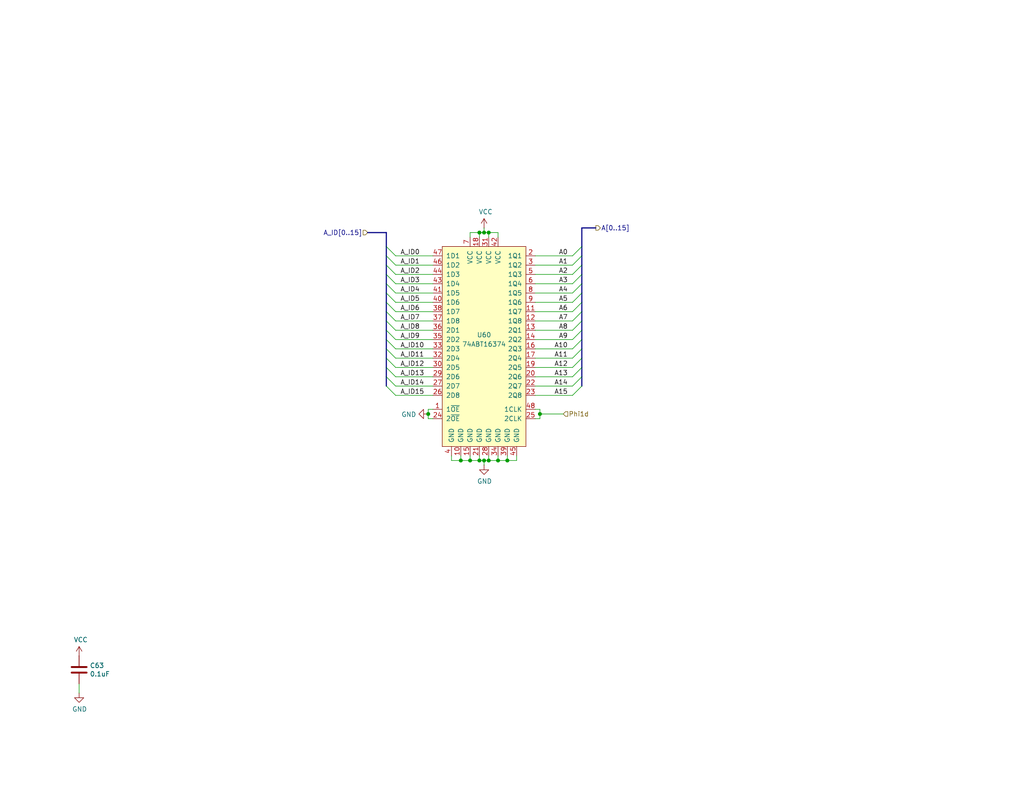
<source format=kicad_sch>
(kicad_sch (version 20250114) (generator "eeschema") (generator_version "9.0")
  (paper "USLetter")
  (title_block (date "2025-07-16") (rev "A"))
  (lib_symbols
    (symbol "Device:C" (pin_numbers (hide yes)) (pin_names (offset 0.254))
      (property "Reference" "C" (at 0.635 2.54 0))
      (property "Value" "C" (at 0.635 -2.54 0))
      (symbol "C_0_1"
        (polyline (pts (xy -2.032 0.762) (xy 2.032 0.762)) (stroke (width 0.508)))
        (polyline (pts (xy -2.032 -0.762) (xy 2.032 -0.762)) (stroke (width 0.508)))
      )
      (symbol "C_1_1"
        (pin passive line (at 0 3.81 270) (length 2.794) (name "~") (number "1"))
        (pin passive line (at 0 -3.81 90) (length 2.794) (name "~") (number "2"))
      )
    )
    (symbol "Turtle16:74ABT16374" (pin_names (offset 1.016))
      (symbol "74ABT16374_0_0"
        (pin input line (at -13.97 21.59 0) (length 2.54) (name "1D1") (number "47"))
        (pin input line (at -13.97 19.05 0) (length 2.54) (name "1D2") (number "46"))
        (pin input line (at -13.97 16.51 0) (length 2.54) (name "1D3") (number "44"))
        (pin input line (at -13.97 13.97 0) (length 2.54) (name "1D4") (number "43"))
        (pin input line (at -13.97 11.43 0) (length 2.54) (name "1D5") (number "41"))
        (pin input line (at -13.97 8.89 0) (length 2.54) (name "1D6") (number "40"))
        (pin input line (at -13.97 6.35 0) (length 2.54) (name "1D7") (number "38"))
        (pin input line (at -13.97 3.81 0) (length 2.54) (name "1D8") (number "37"))
        (pin input line (at -13.97 1.27 0) (length 2.54) (name "2D1") (number "36"))
        (pin input line (at -13.97 -1.27 0) (length 2.54) (name "2D2") (number "35"))
        (pin input line (at -13.97 -3.81 0) (length 2.54) (name "2D3") (number "33"))
        (pin input line (at -13.97 -6.35 0) (length 2.54) (name "2D4") (number "32"))
        (pin input line (at -13.97 -8.89 0) (length 2.54) (name "2D5") (number "30"))
        (pin input line (at -13.97 -11.43 0) (length 2.54) (name "2D6") (number "29"))
        (pin input line (at -13.97 -13.97 0) (length 2.54) (name "2D7") (number "27"))
        (pin input line (at -13.97 -16.51 0) (length 2.54) (name "2D8") (number "26"))
        (pin input line (at -13.97 -20.32 0) (length 2.54) (name "1~{OE}") (number "1"))
        (pin input line (at -13.97 -22.86 0) (length 2.54) (name "2~{OE}") (number "24"))
        (pin power_in line (at -8.89 -33.02 90) (length 2.54) (name "GND") (number "4"))
        (pin power_in line (at -6.35 -33.02 90) (length 2.54) (name "GND") (number "10"))
        (pin power_in line (at -3.81 26.67 270) (length 2.54) (name "VCC") (number "7"))
        (pin power_in line (at -3.81 -33.02 90) (length 2.54) (name "GND") (number "15"))
        (pin power_in line (at -1.27 26.67 270) (length 2.54) (name "VCC") (number "18"))
        (pin power_in line (at -1.27 -33.02 90) (length 2.54) (name "GND") (number "21"))
        (pin power_in line (at 1.27 26.67 270) (length 2.54) (name "VCC") (number "31"))
        (pin power_in line (at 1.27 -33.02 90) (length 2.54) (name "GND") (number "28"))
        (pin power_in line (at 3.81 26.67 270) (length 2.54) (name "VCC") (number "42"))
        (pin power_in line (at 3.81 -33.02 90) (length 2.54) (name "GND") (number "34"))
        (pin power_in line (at 6.35 -33.02 90) (length 2.54) (name "GND") (number "39"))
        (pin power_in line (at 8.89 -33.02 90) (length 2.54) (name "GND") (number "45"))
        (pin tri_state line (at 13.97 21.59 180) (length 2.54) (name "1Q1") (number "2"))
        (pin tri_state line (at 13.97 19.05 180) (length 2.54) (name "1Q2") (number "3"))
        (pin tri_state line (at 13.97 16.51 180) (length 2.54) (name "1Q3") (number "5"))
        (pin tri_state line (at 13.97 13.97 180) (length 2.54) (name "1Q4") (number "6"))
        (pin tri_state line (at 13.97 11.43 180) (length 2.54) (name "1Q5") (number "8"))
        (pin tri_state line (at 13.97 8.89 180) (length 2.54) (name "1Q6") (number "9"))
        (pin tri_state line (at 13.97 6.35 180) (length 2.54) (name "1Q7") (number "11"))
        (pin tri_state line (at 13.97 3.81 180) (length 2.54) (name "1Q8") (number "12"))
        (pin tri_state line (at 13.97 1.27 180) (length 2.54) (name "2Q1") (number "13"))
        (pin tri_state line (at 13.97 -1.27 180) (length 2.54) (name "2Q2") (number "14"))
        (pin tri_state line (at 13.97 -3.81 180) (length 2.54) (name "2Q3") (number "16"))
        (pin tri_state line (at 13.97 -6.35 180) (length 2.54) (name "2Q4") (number "17"))
        (pin tri_state line (at 13.97 -8.89 180) (length 2.54) (name "2Q5") (number "19"))
        (pin tri_state line (at 13.97 -11.43 180) (length 2.54) (name "2Q6") (number "20"))
        (pin tri_state line (at 13.97 -13.97 180) (length 2.54) (name "2Q7") (number "22"))
        (pin tri_state line (at 13.97 -16.51 180) (length 2.54) (name "2Q8") (number "23"))
        (pin input line (at 13.97 -20.32 180) (length 2.54) (name "1CLK") (number "48"))
        (pin input line (at 13.97 -22.86 180) (length 2.54) (name "2CLK") (number "25"))
      )
      (symbol "74ABT16374_0_1"
        (rectangle (start -11.43 24.13) (end 11.43 -30.48) (fill (type background)))
      )
    )
    (symbol "power:GND" (power) (pin_numbers (hide yes)) (pin_names (offset 0) (hide yes))
      (property "Value" "GND" (at 0 -3.81 0))
      (symbol "GND_0_1"
        (polyline (pts (xy 0 0) (xy 0 -1.27) (xy 1.27 -1.27) (xy 0 -2.54) (xy -1.27 -1.27) (xy 0 -1.27)))
      )
      (symbol "GND_1_1"
        (pin power_in line (at 0 0 270) (length 0) (name "~") (number "1"))
      )
    )
    (symbol "power:VCC" (power) (pin_numbers (hide yes)) (pin_names (offset 0) (hide yes))
      (property "Value" "VCC" (at 0 3.556 0))
      (symbol "VCC_0_1"
        (polyline (pts (xy -0.762 1.27) (xy 0 2.54)))
        (polyline (pts (xy 0 2.54) (xy 0.762 1.27)))
        (polyline (pts (xy 0 0) (xy 0 2.54)))
      )
      (symbol "VCC_1_1"
        (pin power_in line (at 0 0 90) (length 0) (name "~") (number "1"))
      )
    )
  )
  (junction (at 133.35 125.73))
  (junction (at 132.08 63.5))
  (junction (at 128.27 125.73))
  (junction (at 132.08 125.73))
  (junction (at 133.35 63.5))
  (junction (at 138.43 125.73))
  (junction (at 135.89 125.73))
  (junction (at 125.73 125.73))
  (junction (at 147.32 113.03))
  (junction (at 130.81 125.73))
  (junction (at 130.81 63.5))
  (junction (at 116.84 113.03))
  (bus_entry (at 105.41 90.17) (size 2.54 2.54))
  (bus_entry (at 105.41 80.01) (size 2.54 2.54))
  (bus_entry (at 105.41 95.25) (size 2.54 2.54))
  (bus_entry (at 105.41 105.41) (size 2.54 2.54))
  (bus_entry (at 105.41 100.33) (size 2.54 2.54))
  (bus_entry (at 105.41 82.55) (size 2.54 2.54))
  (bus_entry (at 158.75 67.31) (size -2.54 2.54))
  (bus_entry (at 158.75 102.87) (size -2.54 2.54))
  (bus_entry (at 105.41 97.79) (size 2.54 2.54))
  (bus_entry (at 105.41 74.93) (size 2.54 2.54))
  (bus_entry (at 158.75 97.79) (size -2.54 2.54))
  (bus_entry (at 158.75 80.01) (size -2.54 2.54))
  (bus_entry (at 105.41 67.31) (size 2.54 2.54))
  (bus_entry (at 158.75 77.47) (size -2.54 2.54))
  (bus_entry (at 158.75 72.39) (size -2.54 2.54))
  (bus_entry (at 158.75 74.93) (size -2.54 2.54))
  (bus_entry (at 105.41 102.87) (size 2.54 2.54))
  (bus_entry (at 158.75 95.25) (size -2.54 2.54))
  (bus_entry (at 105.41 92.71) (size 2.54 2.54))
  (bus_entry (at 158.75 105.41) (size -2.54 2.54))
  (bus_entry (at 158.75 92.71) (size -2.54 2.54))
  (bus_entry (at 158.75 87.63) (size -2.54 2.54))
  (bus_entry (at 105.41 77.47) (size 2.54 2.54))
  (bus_entry (at 105.41 69.85) (size 2.54 2.54))
  (bus_entry (at 158.75 90.17) (size -2.54 2.54))
  (bus_entry (at 105.41 87.63) (size 2.54 2.54))
  (bus_entry (at 158.75 100.33) (size -2.54 2.54))
  (bus_entry (at 105.41 72.39) (size 2.54 2.54))
  (bus_entry (at 105.41 85.09) (size 2.54 2.54))
  (bus_entry (at 158.75 69.85) (size -2.54 2.54))
  (bus_entry (at 158.75 85.09) (size -2.54 2.54))
  (bus_entry (at 158.75 82.55) (size -2.54 2.54))
  (bus (pts (xy 158.75 74.93) (xy 158.75 77.47)))
  (bus (pts (xy 158.75 80.01) (xy 158.75 82.55)))
  (wire (pts (xy 156.21 97.79) (xy 146.05 97.79)))
  (bus (pts (xy 105.41 72.39) (xy 105.41 74.93)))
  (wire (pts (xy 133.35 63.5) (xy 135.89 63.5)))
  (wire (pts (xy 156.21 82.55) (xy 146.05 82.55)))
  (wire (pts (xy 116.84 111.76) (xy 116.84 113.03)))
  (wire (pts (xy 107.95 97.79) (xy 118.11 97.79)))
  (wire (pts (xy 156.21 80.01) (xy 146.05 80.01)))
  (bus (pts (xy 105.41 102.87) (xy 105.41 105.41)))
  (wire (pts (xy 133.35 125.73) (xy 135.89 125.73)))
  (wire (pts (xy 156.21 74.93) (xy 146.05 74.93)))
  (wire (pts (xy 146.05 111.76) (xy 147.32 111.76)))
  (bus (pts (xy 105.41 77.47) (xy 105.41 80.01)))
  (bus (pts (xy 105.41 85.09) (xy 105.41 87.63)))
  (wire (pts (xy 156.21 105.41) (xy 146.05 105.41)))
  (wire (pts (xy 123.19 124.46) (xy 123.19 125.73)))
  (wire (pts (xy 107.95 92.71) (xy 118.11 92.71)))
  (wire (pts (xy 130.81 124.46) (xy 130.81 125.73)))
  (wire (pts (xy 138.43 124.46) (xy 138.43 125.73)))
  (wire (pts (xy 118.11 111.76) (xy 116.84 111.76)))
  (wire (pts (xy 116.84 113.03) (xy 116.84 114.3)))
  (bus (pts (xy 158.75 72.39) (xy 158.75 74.93)))
  (wire (pts (xy 156.21 72.39) (xy 146.05 72.39)))
  (bus (pts (xy 158.75 69.85) (xy 158.75 72.39)))
  (wire (pts (xy 128.27 124.46) (xy 128.27 125.73)))
  (bus (pts (xy 105.41 82.55) (xy 105.41 85.09)))
  (bus (pts (xy 158.75 87.63) (xy 158.75 90.17)))
  (wire (pts (xy 107.95 87.63) (xy 118.11 87.63)))
  (wire (pts (xy 147.32 111.76) (xy 147.32 113.03)))
  (bus (pts (xy 105.41 92.71) (xy 105.41 95.25)))
  (wire (pts (xy 107.95 69.85) (xy 118.11 69.85)))
  (wire (pts (xy 107.95 90.17) (xy 118.11 90.17)))
  (bus (pts (xy 162.56 62.23) (xy 158.75 62.23)))
  (bus (pts (xy 158.75 92.71) (xy 158.75 95.25)))
  (wire (pts (xy 107.95 95.25) (xy 118.11 95.25)))
  (wire (pts (xy 147.32 114.3) (xy 146.05 114.3)))
  (wire (pts (xy 138.43 125.73) (xy 140.97 125.73)))
  (bus (pts (xy 105.41 90.17) (xy 105.41 92.71)))
  (wire (pts (xy 107.95 80.01) (xy 118.11 80.01)))
  (wire (pts (xy 156.21 69.85) (xy 146.05 69.85)))
  (bus (pts (xy 105.41 80.01) (xy 105.41 82.55)))
  (wire (pts (xy 156.21 90.17) (xy 146.05 90.17)))
  (wire (pts (xy 132.08 125.73) (xy 132.08 127)))
  (bus (pts (xy 105.41 67.31) (xy 105.41 69.85)))
  (wire (pts (xy 128.27 63.5) (xy 130.81 63.5)))
  (bus (pts (xy 158.75 90.17) (xy 158.75 92.71)))
  (bus (pts (xy 158.75 67.31) (xy 158.75 69.85)))
  (wire (pts (xy 156.21 92.71) (xy 146.05 92.71)))
  (bus (pts (xy 158.75 100.33) (xy 158.75 102.87)))
  (bus (pts (xy 158.75 95.25) (xy 158.75 97.79)))
  (wire (pts (xy 107.95 100.33) (xy 118.11 100.33)))
  (wire (pts (xy 135.89 124.46) (xy 135.89 125.73)))
  (wire (pts (xy 132.08 125.73) (xy 133.35 125.73)))
  (wire (pts (xy 156.21 95.25) (xy 146.05 95.25)))
  (wire (pts (xy 135.89 125.73) (xy 138.43 125.73)))
  (wire (pts (xy 156.21 77.47) (xy 146.05 77.47)))
  (wire (pts (xy 107.95 105.41) (xy 118.11 105.41)))
  (wire (pts (xy 125.73 124.46) (xy 125.73 125.73)))
  (wire (pts (xy 147.32 113.03) (xy 153.67 113.03)))
  (wire (pts (xy 140.97 125.73) (xy 140.97 124.46)))
  (wire (pts (xy 116.84 114.3) (xy 118.11 114.3)))
  (wire (pts (xy 133.35 64.77) (xy 133.35 63.5)))
  (wire (pts (xy 156.21 102.87) (xy 146.05 102.87)))
  (bus (pts (xy 158.75 82.55) (xy 158.75 85.09)))
  (wire (pts (xy 156.21 85.09) (xy 146.05 85.09)))
  (wire (pts (xy 130.81 63.5) (xy 132.08 63.5)))
  (bus (pts (xy 158.75 77.47) (xy 158.75 80.01)))
  (bus (pts (xy 158.75 97.79) (xy 158.75 100.33)))
  (wire (pts (xy 107.95 77.47) (xy 118.11 77.47)))
  (wire (pts (xy 123.19 125.73) (xy 125.73 125.73)))
  (wire (pts (xy 133.35 124.46) (xy 133.35 125.73)))
  (bus (pts (xy 105.41 97.79) (xy 105.41 100.33)))
  (bus (pts (xy 105.41 100.33) (xy 105.41 102.87)))
  (wire (pts (xy 107.95 107.95) (xy 118.11 107.95)))
  (wire (pts (xy 156.21 107.95) (xy 146.05 107.95)))
  (wire (pts (xy 107.95 102.87) (xy 118.11 102.87)))
  (bus (pts (xy 105.41 87.63) (xy 105.41 90.17)))
  (wire (pts (xy 156.21 87.63) (xy 146.05 87.63)))
  (bus (pts (xy 158.75 62.23) (xy 158.75 67.31)))
  (wire (pts (xy 107.95 82.55) (xy 118.11 82.55)))
  (wire (pts (xy 147.32 113.03) (xy 147.32 114.3)))
  (bus (pts (xy 158.75 102.87) (xy 158.75 105.41)))
  (wire (pts (xy 156.21 100.33) (xy 146.05 100.33)))
  (wire (pts (xy 21.59 189.23) (xy 21.59 186.69)))
  (bus (pts (xy 105.41 63.5) (xy 105.41 67.31)))
  (wire (pts (xy 132.08 63.5) (xy 133.35 63.5)))
  (bus (pts (xy 105.41 95.25) (xy 105.41 97.79)))
  (wire (pts (xy 107.95 74.93) (xy 118.11 74.93)))
  (wire (pts (xy 130.81 64.77) (xy 130.81 63.5)))
  (wire (pts (xy 128.27 64.77) (xy 128.27 63.5)))
  (wire (pts (xy 107.95 85.09) (xy 118.11 85.09)))
  (bus (pts (xy 105.41 69.85) (xy 105.41 72.39)))
  (bus (pts (xy 105.41 74.93) (xy 105.41 77.47)))
  (wire (pts (xy 125.73 125.73) (xy 128.27 125.73)))
  (wire (pts (xy 107.95 72.39) (xy 118.11 72.39)))
  (wire (pts (xy 135.89 63.5) (xy 135.89 64.77)))
  (wire (pts (xy 130.81 125.73) (xy 132.08 125.73)))
  (wire (pts (xy 128.27 125.73) (xy 130.81 125.73)))
  (bus (pts (xy 158.75 85.09) (xy 158.75 87.63)))
  (bus (pts (xy 100.33 63.5) (xy 105.41 63.5)))
  (wire (pts (xy 132.08 62.23) (xy 132.08 63.5)))
  (label "A_ID8" (at 109.22 90.17 0))
  (label "A_ID12" (at 109.22 100.33 0))
  (label "A10" (at 154.94 95.25 180))
  (label "A_ID14" (at 109.22 105.41 0))
  (label "A8" (at 154.94 90.17 180))
  (label "A_ID11" (at 109.22 97.79 0))
  (label "A_ID9" (at 109.22 92.71 0))
  (label "A9" (at 154.94 92.71 180))
  (label "A3" (at 154.94 77.47 180))
  (label "A_ID1" (at 109.22 72.39 0))
  (label "A_ID15" (at 109.22 107.95 0))
  (label "A0" (at 154.94 69.85 180))
  (label "A_ID4" (at 109.22 80.01 0))
  (label "A13" (at 154.94 102.87 180))
  (label "A_ID0" (at 109.22 69.85 0))
  (label "A6" (at 154.94 85.09 180))
  (label "A12" (at 154.94 100.33 180))
  (label "A7" (at 154.94 87.63 180))
  (label "A_ID13" (at 109.22 102.87 0))
  (label "A11" (at 154.94 97.79 180))
  (label "A15" (at 154.94 107.95 180))
  (label "A_ID7" (at 109.22 87.63 0))
  (label "A_ID2" (at 109.22 74.93 0))
  (label "A14" (at 154.94 105.41 180))
  (label "A1" (at 154.94 72.39 180))
  (label "A5" (at 154.94 82.55 180))
  (label "A4" (at 154.94 80.01 180))
  (label "A_ID5" (at 109.22 82.55 0))
  (label "A_ID10" (at 109.22 95.25 0))
  (label "A2" (at 154.94 74.93 180))
  (label "A_ID6" (at 109.22 85.09 0))
  (label "A_ID3" (at 109.22 77.47 0))
  (hierarchical_label "A_ID[0..15]" (shape input) (at 100.33 63.5 180))
  (hierarchical_label "A[0..15]" (shape output) (at 162.56 62.23 0))
  (hierarchical_label "Phi1d" (shape input) (at 153.67 113.03 0))
  (symbol (lib_id "Device:C") (at 21.59 182.88 0) (unit 1)
    (property "Reference" "C63" (at 24.511 181.7116 0) (effects (justify left)))
    (property "Value" "0.1uF" (at 24.511 184.023 0) (effects (justify left)))
    (property "Footprint" "Capacitor_SMD:C_0603_1608Metric" (effects (hide yes)))
    (property "Datasheet" "https://www.mouser.com/datasheet/2/396/taiyo_yuden_12132018_mlcc11_hq_e-1510082.pdf" (effects (hide yes)))
    (property "Manufacturer" "Taiyo Yuden" (effects (hide yes)))
    (property "Manufacturer#" "EMK107B7104KAHT" (effects (hide yes)))
    (property "Mouser#" "963-EMK107B7104KAHT" (effects (hide yes)))
    (property "Digikey#" "587-6004-1-ND" (effects (hide yes)))
  )
  (symbol (lib_id "power:VCC") (at 21.59 179.07 0) (unit 1)
    (property "Reference" "#PWR0370" (effects (hide yes)))
    (property "Value" "VCC" (at 22.0218 174.6758 0))
    (property "Description" "Power symbol creates a global label with name \"VCC\"" (effects (hide yes)))
  )
  (symbol (lib_id "power:GND") (at 21.59 189.23 0) (unit 1)
    (property "Reference" "#PWR0371" (effects (hide yes)))
    (property "Value" "GND" (at 21.717 193.6242 0))
    (property "Description" "Power symbol creates a global label with name \"GND\" , ground" (effects (hide yes)))
  )
  (symbol (lib_id "power:GND") (at 116.84 113.03 270) (unit 1)
    (property "Reference" "#PWR0372" (effects (hide yes)))
    (property "Value" "GND" (at 113.5888 113.157 90) (effects (justify right)))
    (property "Description" "Power symbol creates a global label with name \"GND\" , ground" (effects (hide yes)))
  )
  (symbol (lib_id "power:VCC") (at 132.08 62.23 0) (unit 1)
    (property "Reference" "#PWR0373" (effects (hide yes)))
    (property "Value" "VCC" (at 132.5118 57.8358 0))
    (property "Description" "Power symbol creates a global label with name \"VCC\"" (effects (hide yes)))
  )
  (symbol (lib_id "power:GND") (at 132.08 127 0) (unit 1)
    (property "Reference" "#PWR0374" (effects (hide yes)))
    (property "Value" "GND" (at 132.207 131.3942 0))
    (property "Description" "Power symbol creates a global label with name \"GND\" , ground" (effects (hide yes)))
  )
  (symbol (lib_id "Turtle16:74ABT16374") (at 132.08 91.44 0) (unit 1)
    (property "Reference" "U60" (at 132.08 91.44 0))
    (property "Value" "74ABT16374" (at 132.08 93.98 0))
    (property "Footprint" "Package_SO:TSSOP-48_6.1x12.5mm_P0.5mm" (effects (hide yes)))
    (property "Datasheet" "https://www.ti.com/general/docs/suppproductinfo.tsp?distId=26&gotoUrl=https://www.ti.com/lit/gpn/sn74abt16374a" (effects (hide yes)))
    (property "Manufacturer" "Texas Instruments" (effects (hide yes)))
    (property "Manufacturer#" "SN74ABT16374ADGGR" (effects (hide yes)))
    (property "Mouser#" "595-SNABT16374ADGGR" (effects (hide yes)))
    (property "Digikey#" "296-3900-1-ND" (effects (hide yes)))
  )
)
</source>
